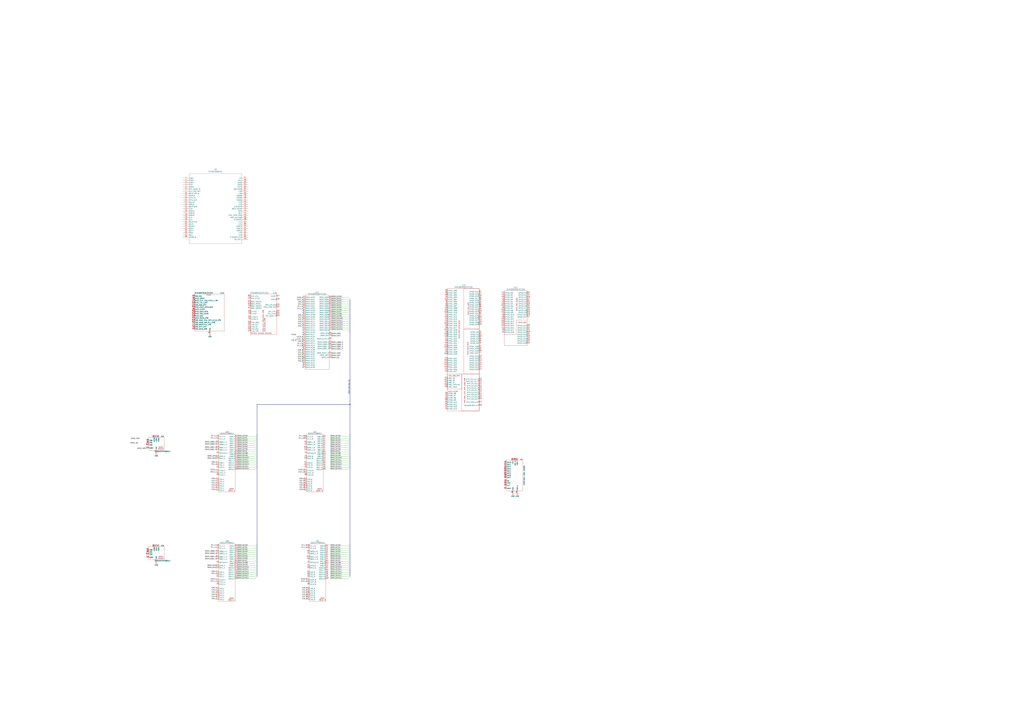
<source format=kicad_sch>
(kicad_sch (version 20250114) (generator "eeschema") (generator_version "9.0")
  (paper "A0")
  (junction (at 406.4 469.9))
  (no_connect (at 351.79 424.18))
  (no_connect (at 351.79 360.68))
  (no_connect (at 351.79 381))
  (no_connect (at 351.79 403.86))
  (no_connect (at 351.79 388.62))
  (no_connect (at 351.79 426.72))
  (no_connect (at 351.79 363.22))
  (no_connect (at 351.79 386.08))
  (no_connect (at 351.79 383.54))
  (no_connect (at 351.79 421.64))
  (bus_entry (at 298.45 522.605) (size -2.54 2.54))
  (bus_entry (at 406.4 360.68) (size -2.54 -2.54))
  (bus_entry (at 406.4 659.765) (size -2.54 2.54))
  (bus_entry (at 298.45 520.065) (size -2.54 2.54))
  (bus_entry (at 406.4 375.92) (size -2.54 -2.54))
  (bus_entry (at 298.45 667.385) (size -2.54 2.54))
  (bus_entry (at 298.45 514.985) (size -2.54 2.54))
  (bus_entry (at 406.4 649.605) (size -2.54 2.54))
  (bus_entry (at 406.4 669.925) (size -2.54 2.54))
  (bus_entry (at 406.4 634.365) (size -2.54 2.54))
  (bus_entry (at 406.4 636.905) (size -2.54 2.54))
  (bus_entry (at 406.4 537.845) (size -2.54 2.54))
  (bus_entry (at 298.45 512.445) (size -2.54 2.54))
  (bus_entry (at 406.4 517.525) (size -2.54 2.54))
  (bus_entry (at 406.4 631.825) (size -2.54 2.54))
  (bus_entry (at 406.4 641.985) (size -2.54 2.54))
  (bus_entry (at 406.4 365.76) (size -2.54 -2.54))
  (bus_entry (at 406.4 662.305) (size -2.54 2.54))
  (bus_entry (at 298.45 649.605) (size -2.54 2.54))
  (bus_entry (at 298.45 654.685) (size -2.54 2.54))
  (bus_entry (at 298.45 525.145) (size -2.54 2.54))
  (bus_entry (at 298.45 507.365) (size -2.54 2.54))
  (bus_entry (at 298.45 535.305) (size -2.54 2.54))
  (bus_entry (at 406.4 363.22) (size -2.54 -2.54))
  (bus_entry (at 406.4 522.605) (size -2.54 2.54))
  (bus_entry (at 406.4 512.445) (size -2.54 2.54))
  (bus_entry (at 298.45 542.925) (size -2.54 2.54))
  (bus_entry (at 406.4 509.905) (size -2.54 2.54))
  (bus_entry (at 406.4 535.305) (size -2.54 2.54))
  (bus_entry (at 406.4 353.06) (size -2.54 -2.54))
  (bus_entry (at 298.45 662.305) (size -2.54 2.54))
  (bus_entry (at 298.45 647.065) (size -2.54 2.54))
  (bus_entry (at 298.45 641.985) (size -2.54 2.54))
  (bus_entry (at 298.45 537.845) (size -2.54 2.54))
  (bus_entry (at 406.4 358.14) (size -2.54 -2.54))
  (bus_entry (at 406.4 368.3) (size -2.54 -2.54))
  (bus_entry (at 298.45 527.685) (size -2.54 2.54))
  (bus_entry (at 406.4 657.225) (size -2.54 2.54))
  (bus_entry (at 298.45 532.765) (size -2.54 2.54))
  (bus_entry (at 406.4 644.525) (size -2.54 2.54))
  (bus_entry (at 406.4 504.825) (size -2.54 2.54))
  (bus_entry (at 406.4 652.145) (size -2.54 2.54))
  (bus_entry (at 406.4 667.385) (size -2.54 2.54))
  (bus_entry (at 406.4 639.445) (size -2.54 2.54))
  (bus_entry (at 406.4 383.54) (size -2.54 -2.54))
  (bus_entry (at 406.4 527.685) (size -2.54 2.54))
  (bus_entry (at 298.45 517.525) (size -2.54 2.54))
  (bus_entry (at 406.4 507.365) (size -2.54 2.54))
  (bus_entry (at 406.4 532.765) (size -2.54 2.54))
  (bus_entry (at 406.4 654.685) (size -2.54 2.54))
  (bus_entry (at 298.45 631.825) (size -2.54 2.54))
  (bus_entry (at 298.45 634.365) (size -2.54 2.54))
  (bus_entry (at 406.4 347.98) (size -2.54 -2.54))
  (bus_entry (at 298.45 636.905) (size -2.54 2.54))
  (bus_entry (at 298.45 644.525) (size -2.54 2.54))
  (bus_entry (at 406.4 355.6) (size -2.54 -2.54))
  (bus_entry (at 406.4 378.46) (size -2.54 -2.54))
  (bus_entry (at 406.4 664.845) (size -2.54 2.54))
  (bus_entry (at 298.45 509.905) (size -2.54 2.54))
  (bus_entry (at 298.45 659.765) (size -2.54 2.54))
  (bus_entry (at 406.4 525.145) (size -2.54 2.54))
  (bus_entry (at 406.4 514.985) (size -2.54 2.54))
  (bus_entry (at 298.45 664.845) (size -2.54 2.54))
  (bus_entry (at 406.4 370.84) (size -2.54 -2.54))
  (bus_entry (at 298.45 540.385) (size -2.54 2.54))
  (bus_entry (at 406.4 350.52) (size -2.54 -2.54))
  (bus_entry (at 298.45 652.145) (size -2.54 2.54))
  (bus_entry (at 298.45 504.825) (size -2.54 2.54))
  (bus_entry (at 406.4 540.385) (size -2.54 2.54))
  (bus_entry (at 298.45 669.925) (size -2.54 2.54))
  (bus_entry (at 406.4 647.065) (size -2.54 2.54))
  (bus_entry (at 298.45 639.445) (size -2.54 2.54))
  (bus_entry (at 298.45 657.225) (size -2.54 2.54))
  (bus_entry (at 406.4 373.38) (size -2.54 -2.54))
  (bus_entry (at 406.4 542.925) (size -2.54 2.54))
  (bus_entry (at 406.4 530.225) (size -2.54 2.54))
  (bus_entry (at 406.4 520.065) (size -2.54 2.54))
  (bus_entry (at 406.4 381) (size -2.54 -2.54))
  (bus_entry (at 406.4 386.08) (size -2.54 -2.54))
  (bus_entry (at 298.45 530.225) (size -2.54 2.54))
  (bus (pts (xy 406.4 527.685) (xy 406.4 530.225)))
  (wire (pts (xy 403.86 512.445) (xy 383.54 512.445)))
  (bus (pts (xy 298.45 520.065) (xy 298.45 522.605)))
  (bus (pts (xy 298.45 517.525) (xy 298.45 520.065)))
  (wire (pts (xy 384.81 398.78) (xy 384.81 397.51)))
  (bus (pts (xy 406.4 381) (xy 406.4 383.54)))
  (wire (pts (xy 251.46 647.7) (xy 251.46 647.065)))
  (wire (pts (xy 383.54 644.525) (xy 403.86 644.525)))
  (wire (pts (xy 275.59 672.465) (xy 295.91 672.465)))
  (wire (pts (xy 383.54 662.305) (xy 403.86 662.305)))
  (bus (pts (xy 406.4 469.9) (xy 406.4 504.825)))
  (wire (pts (xy 403.86 363.22) (xy 384.81 363.22)))
  (bus (pts (xy 406.4 507.365) (xy 406.4 509.905)))
  (wire (pts (xy 403.86 509.905) (xy 383.54 509.905)))
  (bus (pts (xy 298.45 507.365) (xy 298.45 509.905)))
  (wire (pts (xy 275.59 644.525) (xy 295.91 644.525)))
  (wire (pts (xy 251.46 520.7) (xy 251.46 520.065)))
  (wire (pts (xy 351.79 392.43) (xy 351.79 391.16)))
  (wire (pts (xy 384.81 373.38) (xy 403.86 373.38)))
  (wire (pts (xy 351.79 397.51) (xy 351.79 396.24)))
  (wire (pts (xy 383.54 669.925) (xy 403.86 669.925)))
  (wire (pts (xy 383.54 667.385) (xy 403.86 667.385)))
  (bus (pts (xy 406.4 659.765) (xy 406.4 662.305)))
  (wire (pts (xy 295.91 509.905) (xy 275.59 509.905)))
  (wire (pts (xy 403.86 657.225) (xy 383.54 657.225)))
  (bus (pts (xy 406.4 631.825) (xy 406.4 634.365)))
  (wire (pts (xy 275.59 654.685) (xy 295.91 654.685)))
  (wire (pts (xy 275.59 669.925) (xy 295.91 669.925)))
  (bus (pts (xy 406.4 540.385) (xy 406.4 542.925)))
  (bus (pts (xy 406.4 370.84) (xy 406.4 373.38)))
  (wire (pts (xy 275.59 652.145) (xy 295.91 652.145)))
  (wire (pts (xy 275.59 542.925) (xy 295.91 542.925)))
  (wire (pts (xy 403.86 347.98) (xy 384.81 347.98)))
  (wire (pts (xy 384.81 353.06) (xy 403.86 353.06)))
  (bus (pts (xy 298.45 514.985) (xy 298.45 517.525)))
  (bus (pts (xy 406.4 634.365) (xy 406.4 636.905)))
  (bus (pts (xy 298.45 540.385) (xy 298.45 542.925)))
  (wire (pts (xy 275.59 527.685) (xy 295.91 527.685)))
  (wire (pts (xy 383.54 525.145) (xy 403.86 525.145)))
  (wire (pts (xy 295.91 634.365) (xy 275.59 634.365)))
  (wire (pts (xy 384.81 383.54) (xy 403.86 383.54)))
  (wire (pts (xy 351.79 374.65) (xy 351.79 373.38)))
  (bus (pts (xy 406.4 654.685) (xy 406.4 657.225)))
  (wire (pts (xy 384.81 378.46) (xy 403.86 378.46)))
  (wire (pts (xy 403.86 639.445) (xy 383.54 639.445)))
  (wire (pts (xy 383.54 664.845) (xy 403.86 664.845)))
  (bus (pts (xy 298.45 667.385) (xy 298.45 669.925)))
  (wire (pts (xy 251.46 657.86) (xy 251.46 657.225)))
  (wire (pts (xy 351.79 417.83) (xy 351.79 416.56)))
  (wire (pts (xy 384.81 358.14) (xy 403.86 358.14)))
  (bus (pts (xy 406.4 639.445) (xy 406.4 641.985)))
  (wire (pts (xy 351.79 369.57) (xy 351.79 368.3)))
  (wire (pts (xy 275.59 525.145) (xy 295.91 525.145)))
  (wire (pts (xy 384.81 388.62) (xy 384.81 387.35)))
  (wire (pts (xy 275.59 532.765) (xy 295.91 532.765)))
  (wire (pts (xy 351.79 394.97) (xy 351.79 393.7)))
  (wire (pts (xy 351.79 379.73) (xy 351.79 378.46)))
  (wire (pts (xy 351.79 359.41) (xy 351.79 358.14)))
  (bus (pts (xy 298.45 537.845) (xy 298.45 540.385)))
  (wire (pts (xy 351.79 377.19) (xy 351.79 375.92)))
  (bus (pts (xy 298.45 647.065) (xy 298.45 649.605)))
  (bus (pts (xy 298.45 535.305) (xy 298.45 537.845)))
  (wire (pts (xy 351.79 349.25) (xy 351.79 347.98)))
  (wire (pts (xy 383.54 649.605) (xy 403.86 649.605)))
  (wire (pts (xy 251.46 660.4) (xy 251.46 659.765)))
  (wire (pts (xy 403.86 365.76) (xy 384.81 365.76)))
  (bus (pts (xy 406.4 535.305) (xy 406.4 537.845)))
  (wire (pts (xy 275.59 517.525) (xy 295.91 517.525)))
  (wire (pts (xy 383.54 527.685) (xy 403.86 527.685)))
  (wire (pts (xy 275.59 535.305) (xy 295.91 535.305)))
  (wire (pts (xy 251.46 523.24) (xy 251.46 522.605)))
  (wire (pts (xy 383.54 537.845) (xy 403.86 537.845)))
  (bus (pts (xy 406.4 644.525) (xy 406.4 647.065)))
  (wire (pts (xy 384.81 406.4) (xy 384.81 405.13)))
  (wire (pts (xy 383.54 540.385) (xy 403.86 540.385)))
  (wire (pts (xy 351.79 356.87) (xy 351.79 355.6)))
  (bus (pts (xy 406.4 647.065) (xy 406.4 649.605)))
  (wire (pts (xy 251.46 650.24) (xy 251.46 649.605)))
  (wire (pts (xy 275.59 649.605) (xy 295.91 649.605)))
  (wire (pts (xy 384.81 401.32) (xy 384.81 400.05)))
  (bus (pts (xy 406.4 530.225) (xy 406.4 532.765)))
  (bus (pts (xy 406.4 649.605) (xy 406.4 652.145)))
  (bus (pts (xy 406.4 522.605) (xy 406.4 525.145)))
  (bus (pts (xy 406.4 520.065) (xy 406.4 522.605)))
  (wire (pts (xy 351.79 400.05) (xy 351.79 398.78)))
  (wire (pts (xy 251.46 533.4) (xy 251.46 532.765)))
  (wire (pts (xy 383.54 659.765) (xy 403.86 659.765)))
  (wire (pts (xy 384.81 370.84) (xy 403.86 370.84)))
  (bus (pts (xy 298.45 530.225) (xy 298.45 532.765)))
  (wire (pts (xy 384.81 368.3) (xy 403.86 368.3)))
  (bus (pts (xy 406.4 636.905) (xy 406.4 639.445)))
  (wire (pts (xy 384.81 416.56) (xy 384.81 415.29)))
  (bus (pts (xy 298.45 532.765) (xy 298.45 535.305)))
  (wire (pts (xy 383.54 535.305) (xy 403.86 535.305)))
  (wire (pts (xy 275.59 659.765) (xy 295.91 659.765)))
  (bus (pts (xy 298.45 522.605) (xy 298.45 525.145)))
  (wire (pts (xy 351.79 367.03) (xy 351.79 365.76)))
  (bus (pts (xy 406.4 512.445) (xy 406.4 514.985)))
  (bus (pts (xy 298.45 525.145) (xy 298.45 527.685)))
  (wire (pts (xy 275.59 662.305) (xy 295.91 662.305)))
  (wire (pts (xy 295.91 530.225) (xy 275.59 530.225)))
  (bus (pts (xy 298.45 634.365) (xy 298.45 636.905)))
  (wire (pts (xy 383.54 545.465) (xy 403.86 545.465)))
  (wire (pts (xy 403.86 636.905) (xy 383.54 636.905)))
  (wire (pts (xy 403.86 507.365) (xy 383.54 507.365)))
  (wire (pts (xy 295.91 512.445) (xy 275.59 512.445)))
  (bus (pts (xy 298.45 662.305) (xy 298.45 664.845)))
  (wire (pts (xy 351.79 354.33) (xy 351.79 353.06)))
  (wire (pts (xy 383.54 652.145) (xy 403.86 652.145)))
  (wire (pts (xy 275.59 522.605) (xy 295.91 522.605)))
  (wire (pts (xy 384.81 411.48) (xy 384.81 410.21)))
  (bus (pts (xy 406.4 383.54) (xy 406.4 386.08)))
  (wire (pts (xy 384.81 391.16) (xy 384.81 389.89)))
  (wire (pts (xy 383.54 520.065) (xy 403.86 520.065)))
  (wire (pts (xy 251.46 641.35) (xy 251.46 640.715)))
  (bus (pts (xy 406.4 657.225) (xy 406.4 659.765)))
  (wire (pts (xy 383.54 641.985) (xy 403.86 641.985)))
  (bus (pts (xy 406.4 358.14) (xy 406.4 360.68)))
  (wire (pts (xy 383.54 522.605) (xy 403.86 522.605)))
  (wire (pts (xy 383.54 647.065) (xy 403.86 647.065)))
  (bus (pts (xy 406.4 353.06) (xy 406.4 355.6)))
  (bus (pts (xy 298.45 654.685) (xy 298.45 657.225)))
  (bus (pts (xy 406.4 355.6) (xy 406.4 358.14)))
  (wire (pts (xy 351.79 351.79) (xy 351.79 350.52)))
  (wire (pts (xy 351.79 346.71) (xy 351.79 345.44)))
  (bus (pts (xy 298.45 509.905) (xy 298.45 512.445)))
  (wire (pts (xy 295.91 507.365) (xy 275.59 507.365)))
  (bus (pts (xy 406.4 386.08) (xy 406.4 469.9)))
  (bus (pts (xy 406.4 504.825) (xy 406.4 507.365)))
  (wire (pts (xy 383.54 514.985) (xy 403.86 514.985)))
  (wire (pts (xy 295.91 657.225) (xy 275.59 657.225)))
  (wire (pts (xy 351.79 372.11) (xy 351.79 370.84)))
  (bus (pts (xy 406.4 667.385) (xy 406.4 669.925)))
  (wire (pts (xy 384.81 350.52) (xy 403.86 350.52)))
  (wire (pts (xy 275.59 520.065) (xy 295.91 520.065)))
  (bus (pts (xy 298.45 659.765) (xy 298.45 662.305)))
  (bus (pts (xy 298.45 469.9) (xy 298.45 504.825)))
  (bus (pts (xy 406.4 375.92) (xy 406.4 378.46)))
  (wire (pts (xy 384.81 381) (xy 403.86 381)))
  (bus (pts (xy 406.4 363.22) (xy 406.4 365.76)))
  (wire (pts (xy 295.91 639.445) (xy 275.59 639.445)))
  (bus (pts (xy 298.45 636.905) (xy 298.45 639.445)))
  (bus (pts (xy 298.45 657.225) (xy 298.45 659.765)))
  (wire (pts (xy 403.86 530.225) (xy 383.54 530.225)))
  (wire (pts (xy 384.81 375.92) (xy 403.86 375.92)))
  (bus (pts (xy 298.45 649.605) (xy 298.45 652.145)))
  (wire (pts (xy 384.81 355.6) (xy 403.86 355.6)))
  (bus (pts (xy 406.4 652.145) (xy 406.4 654.685)))
  (bus (pts (xy 406.4 514.985) (xy 406.4 517.525)))
  (wire (pts (xy 275.59 514.985) (xy 295.91 514.985)))
  (wire (pts (xy 403.86 634.365) (xy 383.54 634.365)))
  (wire (pts (xy 275.59 537.845) (xy 295.91 537.845)))
  (bus (pts (xy 298.45 631.825) (xy 298.45 634.365)))
  (bus (pts (xy 406.4 664.845) (xy 406.4 667.385)))
  (bus (pts (xy 298.45 542.925) (xy 298.45 631.825)))
  (wire (pts (xy 383.54 672.465) (xy 403.86 672.465)))
  (wire (pts (xy 351.79 402.59) (xy 351.79 401.32)))
  (wire (pts (xy 295.91 636.905) (xy 275.59 636.905)))
  (bus (pts (xy 406.4 525.145) (xy 406.4 527.685)))
  (bus (pts (xy 406.4 532.765) (xy 406.4 535.305)))
  (wire (pts (xy 384.81 414.02) (xy 384.81 412.75)))
  (bus (pts (xy 406.4 517.525) (xy 406.4 520.065)))
  (bus (pts (xy 406.4 537.845) (xy 406.4 540.385)))
  (bus (pts (xy 298.45 644.525) (xy 298.45 647.065)))
  (wire (pts (xy 170.18 521.97) (xy 170.18 520.7)))
  (bus (pts (xy 298.45 652.145) (xy 298.45 654.685)))
  (wire (pts (xy 383.54 532.765) (xy 403.86 532.765)))
  (wire (pts (xy 403.86 360.68) (xy 384.81 360.68)))
  (bus (pts (xy 406.4 373.38) (xy 406.4 375.92)))
  (bus (pts (xy 406.4 365.76) (xy 406.4 368.3)))
  (wire (pts (xy 275.59 545.465) (xy 295.91 545.465)))
  (wire (pts (xy 384.81 345.44) (xy 403.86 345.44)))
  (bus (pts (xy 406.4 368.3) (xy 406.4 370.84)))
  (bus (pts (xy 406.4 378.46) (xy 406.4 381)))
  (bus (pts (xy 406.4 469.9) (xy 298.45 469.9)))
  (wire (pts (xy 383.54 517.525) (xy 403.86 517.525)))
  (wire (pts (xy 275.59 641.985) (xy 295.91 641.985)))
  (bus (pts (xy 406.4 641.985) (xy 406.4 644.525)))
  (bus (pts (xy 298.45 504.825) (xy 298.45 507.365)))
  (wire (pts (xy 351.79 420.37) (xy 351.79 419.1)))
  (bus (pts (xy 406.4 662.305) (xy 406.4 664.845)))
  (wire (pts (xy 384.81 403.86) (xy 384.81 402.59)))
  (bus (pts (xy 298.45 664.845) (xy 298.45 667.385)))
  (wire (pts (xy 251.46 514.35) (xy 251.46 513.715)))
  (wire (pts (xy 275.59 647.065) (xy 295.91 647.065)))
  (bus (pts (xy 406.4 347.98) (xy 406.4 350.52)))
  (bus (pts (xy 406.4 350.52) (xy 406.4 353.06)))
  (bus (pts (xy 406.4 509.905) (xy 406.4 512.445)))
  (wire (pts (xy 351.79 415.29) (xy 351.79 414.02)))
  (wire (pts (xy 351.79 410.21) (xy 351.79 408.94)))
  (wire (pts (xy 275.59 664.845) (xy 295.91 664.845)))
  (wire (pts (xy 351.79 407.67) (xy 351.79 406.4)))
  (wire (pts (xy 275.59 667.385) (xy 295.91 667.385)))
  (wire (pts (xy 251.46 530.86) (xy 251.46 530.225)))
  (wire (pts (xy 383.54 542.925) (xy 403.86 542.925)))
  (bus (pts (xy 406.4 360.68) (xy 406.4 363.22)))
  (wire (pts (xy 275.59 540.385) (xy 295.91 540.385)))
  (bus (pts (xy 298.45 527.685) (xy 298.45 530.225)))
  (bus (pts (xy 298.45 641.985) (xy 298.45 644.525)))
  (wire (pts (xy 383.54 654.685) (xy 403.86 654.685)))
  (wire (pts (xy 251.46 516.89) (xy 251.46 516.255)))
  (bus (pts (xy 406.4 542.925) (xy 406.4 631.825)))
  (bus (pts (xy 298.45 512.445) (xy 298.45 514.985)))
  (wire (pts (xy 251.46 643.89) (xy 251.46 643.255)))
  (wire (pts (xy 351.79 412.75) (xy 351.79 411.48)))
  (bus (pts (xy 298.45 639.445) (xy 298.45 641.985)))
  (label "DRAM_DATA9" (at 275.59 657.225 0))
  (label "CKE0_B" (at 351.79 392.43 180))
  (label "CA5_B" (at 351.79 420.37 180))
  (label "DRAM_DATA11" (at 383.54 535.305 0))
  (label "DRAM_DATA1" (at 275.59 509.905 0))
  (label "DRAM_DATA1" (at 275.59 636.905 0))
  (label "CKE0_A" (at 351.79 346.71 180))
  (label "DRAM_DATA15" (at 383.54 672.465 0))
  (label "DRAM_DATA3" (at 383.54 514.985 0))
  (label "CA2_A" (at 351.79 372.11 180))
  (label "CS1_B" (at 344.17 396.24 180))
  (label "CA2_A" (at 251.46 688.975 180))
  (label "DRAM_ZQ" (at 160.02 515.62 180))
  (label "DRAM_DATA0" (at 275.59 634.365 0))
  (label "DRAM_DATA7" (at 383.54 652.145 0))
  (label "DRAM_DATA7" (at 383.54 525.145 0))
  (label "DRAM_DQS1_P" (at 384.81 406.4 0))
  (label "CKE1_B" (at 351.79 394.97 180))
  (label "CA2_B" (at 351.79 412.75 180))
  (label "CKE0_A" (at 251.46 546.735 180))
  (label "DRAM_DATA5" (at 383.54 520.065 0))
  (label "CKE1_A" (at 351.79 349.25 180))
  (label "DRAM_DATA4" (at 383.54 517.525 0))
  (label "DRAM_DATA10" (at 275.59 532.765 0))
  (label "DRAM_DATA4" (at 384.81 355.6 0))
  (label "CA5_A" (at 251.46 696.595 180))
  (label "DRAM_DMI0" (at 251.46 657.86 180))
  (label "DRAM_DATA12" (at 383.54 664.845 0))
  (label "CS0_A" (at 351.79 351.79 180))
  (label "DRAM_DQS0_P" (at 384.81 401.32 0))
  (label "CA0_A" (at 351.79 367.03 180))
  (label "DRAM_DATA12" (at 383.54 537.845 0))
  (label "DRAM_DATA0" (at 383.54 507.365 0))
  (label "DRAM_DATA15" (at 275.59 545.465 0))
  (label "CA2_A" (at 251.46 561.975 180))
  (label "CK_t_B" (at 356.7431 634.3894 180))
  (label "DRAM_DATA2" (at 383.54 512.445 0))
  (label "DRAM_DATA6" (at 384.81 360.68 0))
  (label "CS0_B" (at 351.79 397.51 180))
  (label "CK_t_A" (at 251.5193 507.2061 180))
  (label "DRAM_DATA13" (at 275.59 540.385 0))
  (label "CA1_A" (at 251.46 686.435 180))
  (label "CKE0_B" (at 356.7431 673.7594 180))
  (label "CA4_A" (at 251.46 694.055 180))
  (label "DRAM_DQS0_P" (at 251.46 641.35 180))
  (label "DRAM_DATA8" (at 275.59 527.685 0))
  (label "CA5_A" (at 351.79 379.73 180))
  (label "DRAM_DQS1_P" (at 251.46 647.7 180))
  (label "CA3_B" (at 351.79 415.29 180))
  (label "DRAM_DATA2" (at 275.59 512.445 0))
  (label "DRAM_DATA0" (at 384.81 345.44 0))
  (label "DRAM_DATA11" (at 275.59 662.305 0))
  (label "DRAM_DQS0_N" (at 251.46 516.89 180))
  (label "DRAM_DATA10" (at 383.54 659.765 0))
  (label "MTEST" (at 344.17 389.89 180))
  (label "DRAM_DATA10" (at 384.81 370.84 0))
  (label "CK_c_A" (at 351.79 359.41 180))
  (label "DRAM_DATA5" (at 275.59 647.065 0))
  (label "DRAM_DATA15" (at 384.81 383.54 0))
  (label "CS1_A" (at 351.79 354.33 180))
  (label "CKE1_B" (at 356.7431 676.2994 180))
  (label "DRAM_DATA3" (at 275.59 641.985 0))
  (label "DRAM_DATA6" (at 383.54 649.605 0))
  (label "CA4_A" (at 251.46 567.055 180))
  (label "DRAM_VREF" (at 162.56 510.54 180))
  (label "DRAM_DATA11" (at 384.81 373.38 0))
  (label "DRAM_DATA12" (at 275.59 537.845 0))
  (label "DRAM_DMI1" (at 251.46 660.4 180))
  (label "CA3_A" (at 351.79 374.65 180))
  (label "CA0_B" (at 356.7431 683.9194 180))
  (label "CA4_A" (at 351.79 377.19 180))
  (label "DRAM_DATA14" (at 383.54 669.925 0))
  (label "CA0_B" (at 351.79 407.67 180))
  (label "DRAM_DATA3" (at 384.81 353.06 0))
  (label "DRAM_DQS1_P" (at 251.46 520.7 180))
  (label "DRAM_DATA8" (at 384.81 365.76 0))
  (label "DRAM_DATA3" (at 383.54 641.985 0))
  (label "DRAM_DATA6" (at 383.54 522.605 0))
  (label "DRAM_DATA6" (at 275.59 649.605 0))
  (label "DRAM_DATA11" (at 383.54 662.305 0))
  (label "DRAM_VREF" (at 384.81 414.02 0))
  (label "DRAM_DATA5" (at 383.54 647.065 0))
  (label "DRAM_DATA13" (at 383.54 540.385 0))
  (label "DRAM_DATA1" (at 384.81 347.98 0))
  (label "CA0_B" (at 353.5553 556.9311 180))
  (label "CA5_A" (at 251.46 569.595 180))
  (label "DRAM_DATA10" (at 275.59 659.765 0))
  (label "DRAM_DATA12" (at 275.59 664.845 0))
  (label "CA0_A" (at 251.46 556.895 180))
  (label "DRAM_DATA15" (at 275.59 672.465 0))
  (label "CA3_A" (at 251.46 691.515 180))
  (label "CS1_A" (at 251.46 540.385 180))
  (label "CS1_A" (at 251.46 667.385 180))
  (label "DRAM_NRST" (at 384.81 411.48 0))
  (label "DRAM_DATA14" (at 383.54 542.925 0))
  (label "CA1_B" (at 351.79 410.21 180))
  (label "DRAM_DATA9" (at 383.54 530.225 0))
  (label "DRAM_DATA0" (at 383.54 634.365 0))
  (label "CS0_A" (at 251.46 537.845 180))
  (label "DRAM_DATA14" (at 384.81 381 0))
  (label "DRAM_DMI1" (at 251.46 533.4 180))
  (label "DRAM_DQS0_N" (at 384.81 398.78 0))
  (label "DRAM_DATA2" (at 384.81 350.52 0))
  (label "CK_t_B" (at 351.79 400.05 180))
  (label "DRAM_DATA4" (at 275.59 644.525 0))
  (label "CK_c_B" (at 353.5553 509.9411 180))
  (label "CK_c_B" (at 351.79 402.59 180))
  (label "DRAM_DATA8" (at 383.54 654.685 0))
  (label "DRAM_DATA9" (at 384.81 368.3 0))
  (label "DRAM_DATA7" (at 275.59 652.145 0))
  (label "DRAM_DATA2" (at 275.59 639.445 0))
  (label "DRAM_DATA0" (at 275.59 507.365 0))
  (label "CKE0_A" (at 251.46 673.735 180))
  (label "CA3_A" (at 251.46 564.515 180))
  (label "DRAM_DATA13" (at 384.81 378.46 0))
  (label "DRAM_DATA7" (at 275.59 525.145 0))
  (label "CA1_B" (at 353.5553 559.4711 180))
  (label "CA4_B" (at 353.5553 567.0911 180))
  (label "DRAM_DATA4" (at 383.54 644.525 0))
  (label "CK_c_A" (at 251.5193 636.7461 180))
  (label "DRAM_DMI0" (at 384.81 388.62 0))
  (label "CA2_B" (at 353.5553 562.0111 180))
  (label "CA1_A" (at 251.46 559.435 180))
  (label "CKE0_B" (at 353.5553 546.7711 180))
  (label "DRAM_DQS1_N" (at 251.46 650.24 180))
  (label "CK_t_B" (at 353.5553 507.4011 180))
  (label "DRAM_NRST" (at 170.18 521.97 180))
  (label "CS0_A" (at 251.46 664.845 180))
  (label "DRAM_DATA[0..15]" (at 406.4 440.69 270))
  (label "CA4_B" (at 356.7431 694.0794 180))
  (label "CK_c_A" (at 251.5193 509.7461 180))
  (label "CA5_B" (at 356.7431 696.6194 180))
  (label "DRAM_DATA8" (at 275.59 654.685 0))
  (label "DRAM_DATA13" (at 275.59 667.385 0))
  (label "DRAM_DATA9" (at 275.59 530.225 0))
  (label "DRAM_DQS0_N" (at 251.46 643.89 180))
  (label "DRAM_DATA5" (at 384.81 358.14 0))
  (label "CK_t_A" (at 251.5193 634.2061 180))
  (label "DRAM_DATA12" (at 384.81 375.92 0))
  (label "DRAM_DATA9" (at 383.54 657.225 0))
  (label "DRAM_DATA7" (at 384.81 363.22 0))
  (label "DRAM_DMI1" (at 384.81 391.16 0))
  (label "CA3_B" (at 353.5553 564.5511 180))
  (label "CKE1_B" (at 353.5553 549.3111 180))
  (label "DRAM_DATA10" (at 383.54 532.765 0))
  (label "DRAM_DATA14" (at 275.59 542.925 0))
  (label "DRAM_DQS0_P" (at 251.46 514.35 180))
  (label "DRAM_DATA6" (at 275.59 522.605 0))
  (label "DRAM_DATA13" (at 383.54 667.385 0))
  (label "CA1_A" (at 351.79 369.57 180))
  (label "CA1_B" (at 356.7431 686.4594 180))
  (label "CK_c_B" (at 356.7431 636.9294 180))
  (label "DRAM_DATA1" (at 383.54 509.905 0))
  (label "DRAM_DATA4" (at 275.59 517.525 0))
  (label "CA4_B" (at 351.79 417.83 180))
  (label "DRAM_DATA2" (at 383.54 639.445 0))
  (label "DRAM_DMI0" (at 251.46 530.86 180))
  (label "DRAM_DQS1_N" (at 251.46 523.24 180))
  (label "DRAM_DQS1_N" (at 384.81 403.86 0))
  (label "DRAM_DATA14" (at 275.59 669.925 0))
  (label "DRAM_DATA1" (at 383.54 636.905 0))
  (label "CKE1_A" (at 251.46 676.275 180))
  (label "DRAM_DATA11" (at 275.59 535.305 0))
  (label "CKE1_A" (at 251.46 549.275 180))
  (label "DRAM_ZQ" (at 384.81 416.56 0))
  (label "CK_t_A" (at 351.79 356.87 180))
  (label "DRAM_DATA8" (at 383.54 527.685 0))
  (label "DRAM_DATA15" (at 383.54 545.465 0))
  (label "CA2_B" (at 356.7431 688.9994 180))
  (label "DRAM_DATA5" (at 275.59 520.065 0))
  (label "CA0_A" (at 251.46 683.895 180))
  (label "CA3_B" (at 356.7431 691.5394 180))
  (label "CA5_B" (at 353.5553 569.6311 180))
  (label "DRAM_DATA3" (at 275.59 514.985 0))
  (symbol (lib_id "Marijn:MIMX8MN5DVPIZDA") (at 551.18 335.28 0) (unit 4) (exclude_from_sim yes)
    (property "Reference" "U1" (at 538.48 331.47 0) (effects (font (size 1.524 1.524))))
    (property "Value" "MIMX8MN5DVPIZDA" (at 538.226 333.756 0) (effects (font (size 1.524 1.524))))
    (property "Footprint" "Marijn_KiCad:FCBGA-306" (effects (hide yes)))
  )
  (symbol (lib_id "power:GND") (at 600.71 572.77 0) (unit 1)
    (property "Reference" "#PWR05" (effects (hide yes)))
    (property "Value" "GND" (at 600.71 576.58 0))
    (property "Description" "Power symbol creates a global label with name \"GND\" , ground" (effects (hide yes)))
  )
  (symbol (lib_id "Marijn:MIMX8MN5DVPIZDA") (at 313.69 341.63 0) (unit 2) (exclude_from_sim yes)
    (property "Reference" "U1" (at 319.024 340.36 0) (effects (font (size 1.524 1.524))))
    (property "Value" "MIMX8MN5DVPIZDA" (at 301.244 340.36 0) (effects (font (size 1.524 1.524))))
    (property "Footprint" "Marijn_KiCad:FCBGA-306" (effects (hide yes)))
  )
  (symbol (lib_id "Marijn:MIMX8MN5DVPIZDA") (at 260.35 341.63 0) (unit 1) (exclude_from_sim yes)
    (property "Reference" "U1" (at 255.778 340.36 0) (effects (font (size 1.524 1.524)) (justify left)))
    (property "Value" "MIMX8MN5DVPIZDA" (at 225.806 340.36 0) (effects (font (size 1.524 1.524)) (justify left)))
    (property "Footprint" "Marijn_KiCad:FCBGA-306" (effects (hide yes)))
  )
  (symbol (lib_id "Marijn:PCA9450BHNY") (at 212.09 207.01 0) (unit 1)
    (property "Reference" "U5" (at 250.19 196.85 0) (effects (font (size 1.524 1.524))))
    (property "Value" "PCA9450BHNY" (at 250.19 199.39 0) (effects (font (size 1.524 1.524))))
    (property "Footprint" "Marijn_KiCad:HVQFN56" (effects (hide yes)))
    (property "Datasheet" "PCA9450BHNY" (effects (hide yes)))
  )
  (symbol (lib_id "Marijn:MIMX8MN5DVPIZDA") (at 379.73 342.9 0) (unit 3) (exclude_from_sim yes)
    (property "Reference" "U1" (at 368.3 339.598 0) (effects (font (size 1.524 1.524))))
    (property "Value" "MIMX8MN5DVPIZDA" (at 368.3 341.63 0) (effects (font (size 1.524 1.524))))
    (property "Footprint" "Marijn_KiCad:FCBGA-306" (effects (hide yes)))
  )
  (symbol (lib_id "Marijn:B3221PM3BDGUI") (at 181.61 508 0) (unit 1)
    (property "Reference" "U2" (at 186.69 506.984 0) (effects (justify left)))
    (property "Value" "B3221PM3BDGUI" (at 181.864 524.51 0) (effects (justify left)))
    (property "Footprint" "Package_BGA:BGA-200_10.0x14.5mm_Layout12x22_P0.80x0.65mm" (effects (hide yes)))
    (property "Description" "DRAM 16Gb 1024Mx16 200 ball LPDDR4 3733MHz" (effects (hide yes)))
  )
  (symbol (lib_id "Marijn:MIMX8MN5DVPIZDA") (at 610.87 337.82 0) (unit 5) (exclude_from_sim yes)
    (property "Reference" "U1" (at 598.678 334.01 0) (effects (font (size 1.524 1.524))))
    (property "Value" "MIMX8MN5DVPIZDA" (at 598.932 336.296 0) (effects (font (size 1.524 1.524))))
    (property "Footprint" "Marijn_KiCad:FCBGA-306" (effects (hide yes)))
  )
  (symbol (lib_id "power:GND") (at 181.61 525.78 0) (unit 1)
    (property "Reference" "#PWR02" (effects (hide yes)))
    (property "Value" "GND" (at 181.61 529.59 0))
    (property "Description" "Power symbol creates a global label with name \"GND\" , ground" (effects (hide yes)))
  )
  (symbol (lib_id "Marijn:B3221PM3BDGUI") (at 371.9831 631.8494 0) (unit 3)
    (property "Reference" "U3" (at 368.6811 628.8014 0))
    (property "Value" "B3221PM3BDGUI" (at 368.9351 630.5794 0))
    (property "Footprint" "Package_BGA:BGA-200_10.0x14.5mm_Layout12x22_P0.80x0.65mm" (effects (hide yes)))
    (property "Description" "DRAM 16Gb 1024Mx16 200 ball LPDDR4 3733MHz" (effects (hide yes)))
  )
  (symbol (lib_id "Marijn:EMMC32G-TS0A-01002") (at 598.17 534.67 0) (unit 1)
    (property "Reference" "U4" (at 604.266 533.654 0) (effects (justify left)))
    (property "Value" "EMMC32G-TS0A-01002" (at 608.584 563.626 90) (effects (justify left)))
    (property "Footprint" "Marijn_KiCad:FBGA153_13X11.5X0.8" (effects (hide yes)))
    (property "Description" "eMMC eMMC 5.1 (HS400) 153B 32GB pSLC" (effects (hide yes)))
  )
  (symbol (lib_id "Marijn:B3221PM3BDGUI") (at 181.61 635 0) (unit 1)
    (property "Reference" "U3" (at 186.69 633.984 0) (effects (justify left)))
    (property "Value" "B3221PM3BDGUI" (at 181.864 651.51 0) (effects (justify left)))
    (property "Footprint" "Package_BGA:BGA-200_10.0x14.5mm_Layout12x22_P0.80x0.65mm" (effects (hide yes)))
    (property "Description" "DRAM 16Gb 1024Mx16 200 ball LPDDR4 3733MHz" (effects (hide yes)))
  )
  (symbol (lib_id "Marijn:B3221PM3BDGUI") (at 266.7 504.825 0) (unit 2)
    (property "Reference" "U2" (at 263.652 501.777 0))
    (property "Value" "B3221PM3BDGUI" (at 263.652 503.555 0))
    (property "Footprint" "Package_BGA:BGA-200_10.0x14.5mm_Layout12x22_P0.80x0.65mm" (effects (hide yes)))
    (property "Description" "DRAM 16Gb 1024Mx16 200 ball LPDDR4 3733MHz" (effects (hide yes)))
  )
  (symbol (lib_id "power:GND") (at 181.61 652.78 0) (unit 1)
    (property "Reference" "#PWR01" (effects (hide yes)))
    (property "Value" "GND" (at 181.61 656.59 0))
    (property "Description" "Power symbol creates a global label with name \"GND\" , ground" (effects (hide yes)))
  )
  (symbol (lib_id "Marijn:B3221PM3BDGUI") (at 368.7953 504.8611 0) (unit 3)
    (property "Reference" "U2" (at 365.7473 501.8131 0))
    (property "Value" "B3221PM3BDGUI" (at 365.7473 503.5911 0))
    (property "Footprint" "Package_BGA:BGA-200_10.0x14.5mm_Layout12x22_P0.80x0.65mm" (effects (hide yes)))
    (property "Description" "DRAM 16Gb 1024Mx16 200 ball LPDDR4 3733MHz" (effects (hide yes)))
  )
  (symbol (lib_id "power:GND") (at 243.84 387.35 0) (unit 1)
    (property "Reference" "#PWR03" (effects (hide yes)))
    (property "Value" "GND" (at 243.84 391.16 0))
    (property "Description" "Power symbol creates a global label with name \"GND\" , ground" (effects (hide yes)))
  )
  (symbol (lib_id "Marijn:B3221PM3BDGUI") (at 266.7 631.825 0) (unit 2)
    (property "Reference" "U3" (at 263.652 628.777 0))
    (property "Value" "B3221PM3BDGUI" (at 263.652 630.555 0))
    (property "Footprint" "Package_BGA:BGA-200_10.0x14.5mm_Layout12x22_P0.80x0.65mm" (effects (hide yes)))
    (property "Description" "DRAM 16Gb 1024Mx16 200 ball LPDDR4 3733MHz" (effects (hide yes)))
  )
  (symbol (lib_id "power:GND") (at 595.63 572.77 0) (unit 1)
    (property "Reference" "#PWR04" (effects (hide yes)))
    (property "Value" "GND" (at 595.63 576.58 0))
    (property "Description" "Power symbol creates a global label with name \"GND\" , ground" (effects (hide yes)))
  )
)
</source>
